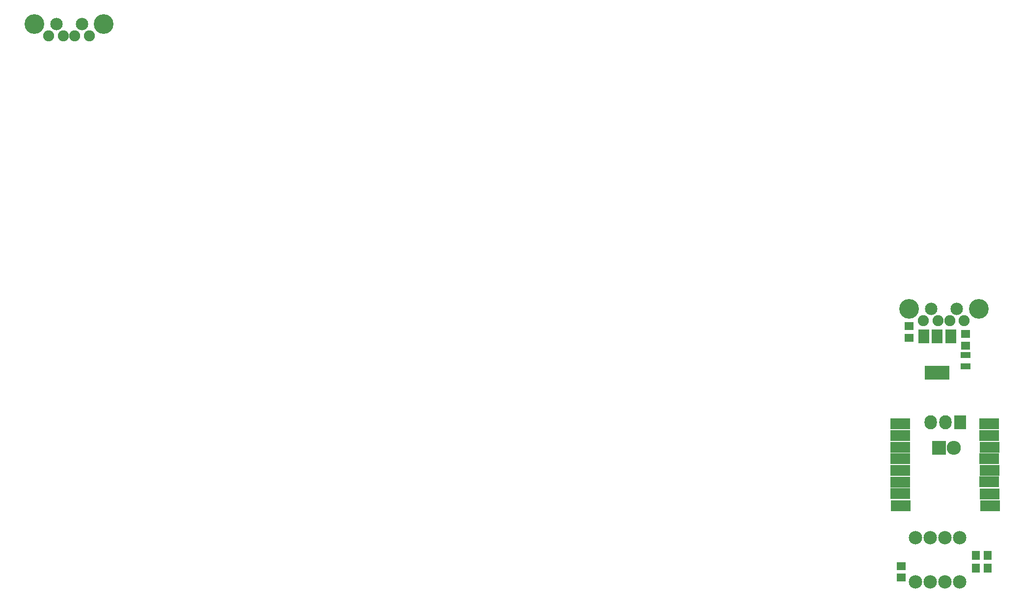
<source format=gbr>
G04 #@! TF.FileFunction,Soldermask,Top*
%FSLAX46Y46*%
G04 Gerber Fmt 4.6, Leading zero omitted, Abs format (unit mm)*
G04 Created by KiCad (PCBNEW 4.0.4-stable) date 12/28/16 17:07:54*
%MOMM*%
%LPD*%
G01*
G04 APERTURE LIST*
%ADD10C,0.100000*%
%ADD11R,4.200000X2.400000*%
%ADD12R,1.900000X2.400000*%
%ADD13R,1.650000X1.400000*%
%ADD14C,2.305000*%
%ADD15R,1.400000X1.650000*%
%ADD16R,2.432000X2.432000*%
%ADD17O,2.432000X2.432000*%
%ADD18R,2.127200X2.432000*%
%ADD19O,2.127200X2.432000*%
%ADD20R,1.700000X1.100000*%
%ADD21R,3.400000X1.900000*%
%ADD22C,2.150000*%
%ADD23C,1.901140*%
%ADD24C,3.399740*%
G04 APERTURE END LIST*
D10*
D11*
X149675000Y-68400000D03*
D12*
X149675000Y-62100000D03*
X147375000Y-62100000D03*
X151975000Y-62100000D03*
D13*
X144775000Y-60375000D03*
X144775000Y-62375000D03*
D14*
X145890000Y-104485000D03*
X148430000Y-104485000D03*
X150970000Y-104485000D03*
X153510000Y-104485000D03*
X153510000Y-96865000D03*
X150970000Y-96865000D03*
X148430000Y-96865000D03*
X145890000Y-96865000D03*
D15*
X156340000Y-102120000D03*
X158340000Y-102120000D03*
D13*
X154575000Y-63750000D03*
X154575000Y-61750000D03*
D15*
X158320000Y-99870000D03*
X156320000Y-99870000D03*
D13*
X143450000Y-103725000D03*
X143450000Y-101725000D03*
D16*
X149980000Y-81400000D03*
D17*
X152520000Y-81400000D03*
D18*
X153660000Y-76960000D03*
D19*
X151120000Y-76960000D03*
X148580000Y-76960000D03*
D20*
X154575000Y-67275000D03*
X154575000Y-65375000D03*
D21*
X158777000Y-91347400D03*
X158726200Y-89315400D03*
X158650000Y-87232600D03*
X158675400Y-85251400D03*
X158650000Y-83219400D03*
X158675400Y-81238200D03*
X158650000Y-79231600D03*
X143338900Y-91309300D03*
X143262700Y-89226500D03*
X143262700Y-87245300D03*
X143250000Y-85226000D03*
X143250000Y-83194000D03*
X143250000Y-81289000D03*
X143250000Y-79257000D03*
X143250000Y-77225000D03*
X158650000Y-77225000D03*
D22*
X-2200000Y-8300000D03*
X2200000Y-8300000D03*
D23*
X3500000Y-10300000D03*
X1000000Y-10300000D03*
X-1000000Y-10300000D03*
X-3500000Y-10300000D03*
D24*
X6000000Y-8300000D03*
X-6000000Y-8300000D03*
D22*
X148600000Y-57400000D03*
X153000000Y-57400000D03*
D23*
X154300000Y-59400000D03*
X151800000Y-59400000D03*
X149800000Y-59400000D03*
X147300000Y-59400000D03*
D24*
X156800000Y-57400000D03*
X144800000Y-57400000D03*
M02*

</source>
